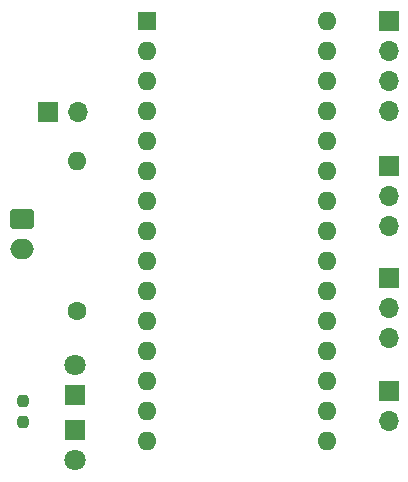
<source format=gbr>
%TF.GenerationSoftware,KiCad,Pcbnew,8.0.3*%
%TF.CreationDate,2024-09-13T10:49:28+02:00*%
%TF.ProjectId,pcb_robot,7063625f-726f-4626-9f74-2e6b69636164,rev?*%
%TF.SameCoordinates,Original*%
%TF.FileFunction,Soldermask,Top*%
%TF.FilePolarity,Negative*%
%FSLAX46Y46*%
G04 Gerber Fmt 4.6, Leading zero omitted, Abs format (unit mm)*
G04 Created by KiCad (PCBNEW 8.0.3) date 2024-09-13 10:49:28*
%MOMM*%
%LPD*%
G01*
G04 APERTURE LIST*
G04 Aperture macros list*
%AMRoundRect*
0 Rectangle with rounded corners*
0 $1 Rounding radius*
0 $2 $3 $4 $5 $6 $7 $8 $9 X,Y pos of 4 corners*
0 Add a 4 corners polygon primitive as box body*
4,1,4,$2,$3,$4,$5,$6,$7,$8,$9,$2,$3,0*
0 Add four circle primitives for the rounded corners*
1,1,$1+$1,$2,$3*
1,1,$1+$1,$4,$5*
1,1,$1+$1,$6,$7*
1,1,$1+$1,$8,$9*
0 Add four rect primitives between the rounded corners*
20,1,$1+$1,$2,$3,$4,$5,0*
20,1,$1+$1,$4,$5,$6,$7,0*
20,1,$1+$1,$6,$7,$8,$9,0*
20,1,$1+$1,$8,$9,$2,$3,0*%
G04 Aperture macros list end*
%ADD10R,1.700000X1.700000*%
%ADD11O,1.700000X1.700000*%
%ADD12RoundRect,0.250000X-0.750000X0.600000X-0.750000X-0.600000X0.750000X-0.600000X0.750000X0.600000X0*%
%ADD13O,2.000000X1.700000*%
%ADD14C,1.800000*%
%ADD15R,1.800000X1.800000*%
%ADD16C,1.600000*%
%ADD17O,1.600000X1.600000*%
%ADD18RoundRect,0.237500X-0.237500X0.250000X-0.237500X-0.250000X0.237500X-0.250000X0.237500X0.250000X0*%
%ADD19R,1.600000X1.600000*%
G04 APERTURE END LIST*
D10*
%TO.C,J6*%
X155503632Y-94025000D03*
D11*
X155503632Y-96565000D03*
%TD*%
%TO.C,J7*%
X155500000Y-70345000D03*
X155500000Y-67805000D03*
X155500000Y-65265000D03*
D10*
X155500000Y-62725000D03*
%TD*%
%TO.C,J4*%
X126625000Y-70475000D03*
D11*
X129165000Y-70475000D03*
%TD*%
D10*
%TO.C,J3*%
X155500000Y-75000000D03*
D11*
X155500000Y-77540000D03*
X155500000Y-80080000D03*
%TD*%
D12*
%TO.C,J5*%
X124400000Y-79500000D03*
D13*
X124400000Y-82000000D03*
%TD*%
D14*
%TO.C,D1*%
X128900000Y-91860000D03*
D15*
X128900000Y-94400000D03*
%TD*%
D14*
%TO.C,D2*%
X128900000Y-99890000D03*
D15*
X128900000Y-97350000D03*
%TD*%
D16*
%TO.C,F1*%
X129100000Y-87250000D03*
D17*
X129100000Y-74550000D03*
%TD*%
D18*
%TO.C,R1*%
X124500000Y-96700000D03*
X124500000Y-94875000D03*
%TD*%
D11*
%TO.C,J2*%
X155500000Y-89595000D03*
X155500000Y-87055000D03*
D10*
X155500000Y-84515000D03*
%TD*%
D17*
%TO.C,A1*%
X150230000Y-62750000D03*
X150230000Y-65290000D03*
X150230000Y-67830000D03*
X150230000Y-70370000D03*
X150230000Y-72910000D03*
X150230000Y-75450000D03*
X150230000Y-77990000D03*
X150230000Y-80530000D03*
X150230000Y-83070000D03*
X150230000Y-85610000D03*
X150230000Y-88150000D03*
X150230000Y-90690000D03*
X150230000Y-93230000D03*
X150230000Y-95770000D03*
X150230000Y-98310000D03*
X134990000Y-98310000D03*
X134990000Y-95770000D03*
X134990000Y-93230000D03*
X134990000Y-90690000D03*
X134990000Y-88150000D03*
X134990000Y-85610000D03*
X134990000Y-83070000D03*
X134990000Y-80530000D03*
X134990000Y-77990000D03*
X134990000Y-75450000D03*
X134990000Y-72910000D03*
X134990000Y-70370000D03*
X134990000Y-67830000D03*
X134990000Y-65290000D03*
D19*
X134990000Y-62750000D03*
%TD*%
M02*

</source>
